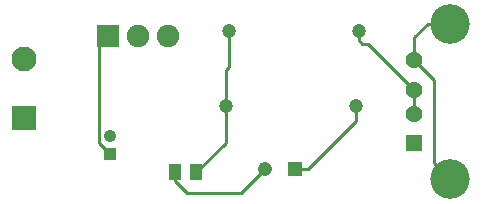
<source format=gbr>
%TF.GenerationSoftware,Altium Limited,Altium Designer,24.5.2 (23)*%
G04 Layer_Physical_Order=1*
G04 Layer_Color=255*
%FSLAX45Y45*%
%MOMM*%
%TF.SameCoordinates,212D60A0-F292-481F-8A48-AB94694DD674*%
%TF.FilePolarity,Positive*%
%TF.FileFunction,Copper,L1,Top,Signal*%
%TF.Part,Single*%
G01*
G75*
%TA.AperFunction,SMDPad,CuDef*%
%ADD10R,1.10000X1.38000*%
%TA.AperFunction,Conductor*%
%ADD11C,0.25400*%
%TA.AperFunction,ComponentPad*%
%ADD12C,1.20800*%
%ADD13R,1.20800X1.20800*%
%ADD14C,1.20000*%
%ADD15C,1.05000*%
%ADD16R,1.05000X1.05000*%
%ADD17C,1.91000*%
%ADD18R,1.91000X1.91000*%
%ADD19C,1.42800*%
%ADD20R,1.42800X1.42800*%
%ADD21C,3.34600*%
%ADD22C,2.10000*%
%ADD23R,2.10000X2.10000*%
D10*
X4508099Y2819400D02*
D03*
X4331101D02*
D03*
D11*
X4759960Y3071261D02*
Y3378200D01*
X3680460Y3897361D02*
X3758199Y3975100D01*
X3680460Y3065638D02*
Y3897361D01*
Y3065638D02*
X3773099Y2972999D01*
X4758599Y3378200D02*
X4759960D01*
X4508099Y2819400D02*
X4759960Y3071261D01*
X4331101Y2743200D02*
Y2819400D01*
Y2743200D02*
X4432701Y2641600D01*
X4889500D01*
X5092700Y2844800D01*
X6354801Y3766302D02*
X6517640Y3603462D01*
Y2896459D02*
Y3603462D01*
Y2896459D02*
X6654800Y2759299D01*
X6354801Y3766302D02*
Y3962400D01*
X6465702Y4073301D01*
X6654800D01*
X4758599Y3378200D02*
Y3683000D01*
X4783999Y3708400D01*
Y4013200D01*
X5346700Y2844800D02*
X5452201D01*
X5858601Y3251200D01*
Y3378200D01*
X5884001Y3937000D02*
Y4013200D01*
Y3937000D02*
X5911941Y3909060D01*
X5962040D01*
X6354801Y3516300D01*
Y3316300D02*
Y3516300D01*
D12*
X5092700Y2844800D02*
D03*
D13*
X5346700D02*
D03*
D14*
X4758599Y3378200D02*
D03*
X5858601D02*
D03*
X4783999Y4013200D02*
D03*
X5884001D02*
D03*
D15*
X3773099Y3123001D02*
D03*
D16*
Y2972999D02*
D03*
D17*
X4268201Y3975100D02*
D03*
X4013200D02*
D03*
D18*
X3758199D02*
D03*
D19*
X6354801Y3766302D02*
D03*
Y3516300D02*
D03*
Y3316300D02*
D03*
D20*
Y3066298D02*
D03*
D21*
X6654800Y4073301D02*
D03*
Y2759299D02*
D03*
D22*
X3048000Y3780602D02*
D03*
D23*
Y3280598D02*
D03*
%TF.MD5,02990d822b11b7204c1af827816dca3b*%
M02*

</source>
